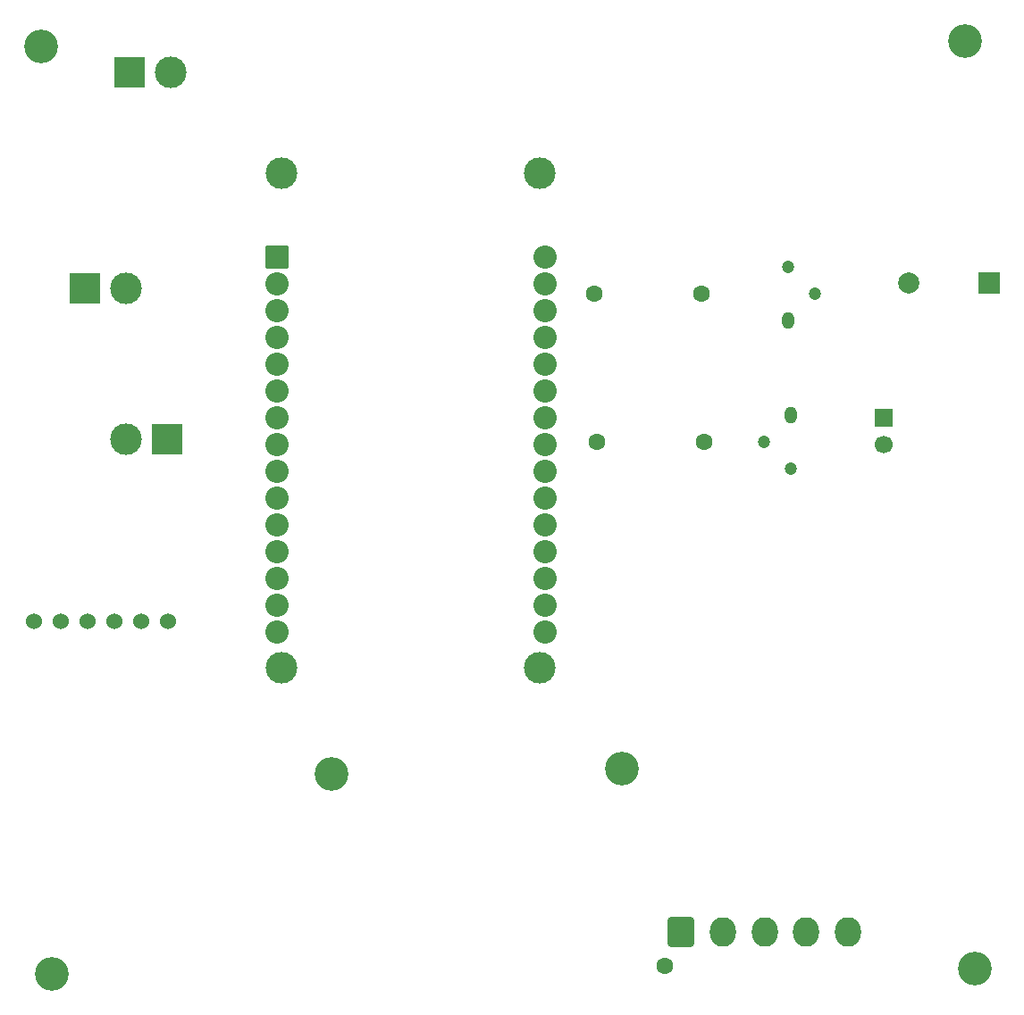
<source format=gbr>
%TF.GenerationSoftware,KiCad,Pcbnew,9.0.2*%
%TF.CreationDate,2025-07-16T12:37:39-05:00*%
%TF.ProjectId,Bast_n guiador con detecci_n,42617374-f36e-4206-9775-6961646f7220,rev?*%
%TF.SameCoordinates,Original*%
%TF.FileFunction,Soldermask,Bot*%
%TF.FilePolarity,Negative*%
%FSLAX46Y46*%
G04 Gerber Fmt 4.6, Leading zero omitted, Abs format (unit mm)*
G04 Created by KiCad (PCBNEW 9.0.2) date 2025-07-16 12:37:39*
%MOMM*%
%LPD*%
G01*
G04 APERTURE LIST*
G04 Aperture macros list*
%AMRoundRect*
0 Rectangle with rounded corners*
0 $1 Rounding radius*
0 $2 $3 $4 $5 $6 $7 $8 $9 X,Y pos of 4 corners*
0 Add a 4 corners polygon primitive as box body*
4,1,4,$2,$3,$4,$5,$6,$7,$8,$9,$2,$3,0*
0 Add four circle primitives for the rounded corners*
1,1,$1+$1,$2,$3*
1,1,$1+$1,$4,$5*
1,1,$1+$1,$6,$7*
1,1,$1+$1,$8,$9*
0 Add four rect primitives between the rounded corners*
20,1,$1+$1,$2,$3,$4,$5,0*
20,1,$1+$1,$4,$5,$6,$7,0*
20,1,$1+$1,$6,$7,$8,$9,0*
20,1,$1+$1,$8,$9,$2,$3,0*%
G04 Aperture macros list end*
%ADD10C,3.200000*%
%ADD11C,1.524000*%
%ADD12O,1.200000X1.600000*%
%ADD13C,1.200000*%
%ADD14R,1.700000X1.700000*%
%ADD15C,1.700000*%
%ADD16C,1.600000*%
%ADD17C,3.000000*%
%ADD18C,2.204000*%
%ADD19RoundRect,0.102000X-1.000000X-1.000000X1.000000X-1.000000X1.000000X1.000000X-1.000000X1.000000X0*%
%ADD20R,3.000000X3.000000*%
%ADD21R,2.000000X2.000000*%
%ADD22C,2.000000*%
%ADD23O,2.460000X2.800000*%
%ADD24RoundRect,0.250000X-0.980000X-1.150000X0.980000X-1.150000X0.980000X1.150000X-0.980000X1.150000X0*%
G04 APERTURE END LIST*
D10*
%TO.C,*%
X127500000Y-95000000D03*
%TD*%
%TO.C,*%
X100000000Y-95500000D03*
%TD*%
%TO.C,*%
X160000000Y-26000000D03*
%TD*%
%TO.C,*%
X72500000Y-26500000D03*
%TD*%
%TO.C,*%
X161000000Y-114000000D03*
%TD*%
%TO.C,REF\u002A\u002A*%
X73500000Y-114500000D03*
%TD*%
D11*
%TO.C,U1*%
X71840000Y-81095000D03*
X74380000Y-81095000D03*
X76920000Y-81095000D03*
X79460000Y-81095000D03*
X82000000Y-81095000D03*
X84540000Y-81095000D03*
%TD*%
D12*
%TO.C,Q1*%
X143500000Y-61460000D03*
D13*
X140960000Y-64000000D03*
X143500000Y-66540000D03*
%TD*%
D14*
%TO.C,M1*%
X152315000Y-61725000D03*
D15*
X152315000Y-64265000D03*
%TD*%
D16*
%TO.C,R1*%
X135280000Y-64040000D03*
X125120000Y-64040000D03*
%TD*%
%TO.C,R2*%
X124920000Y-50000000D03*
X135080000Y-50000000D03*
%TD*%
D17*
%TO.C,U2*%
X95220000Y-38525000D03*
X119730000Y-38525000D03*
X119730000Y-85475000D03*
X95220000Y-85475000D03*
D18*
X120200000Y-82045000D03*
X120200000Y-79505000D03*
X120200000Y-76965000D03*
X120200000Y-74425000D03*
X120200000Y-71885000D03*
X120200000Y-69345000D03*
X120200000Y-66805000D03*
X120200000Y-64265000D03*
X120200000Y-61725000D03*
X120200000Y-59185000D03*
X120200000Y-56645000D03*
X120200000Y-54105000D03*
X120200000Y-51565000D03*
X120200000Y-49025000D03*
X120200000Y-46485000D03*
X94800000Y-82045000D03*
X94800000Y-79505000D03*
X94800000Y-76965000D03*
X94800000Y-74425000D03*
X94800000Y-71885000D03*
X94800000Y-69345000D03*
X94800000Y-66805000D03*
X94800000Y-64265000D03*
X94800000Y-61725000D03*
X94800000Y-59185000D03*
X94800000Y-56645000D03*
X94800000Y-54105000D03*
X94800000Y-51565000D03*
X94800000Y-49025000D03*
D19*
X94800000Y-46485000D03*
%TD*%
D17*
%TO.C,J2*%
X80527500Y-63750000D03*
D20*
X84407500Y-63750000D03*
%TD*%
%TO.C,J3*%
X76620000Y-49500000D03*
D17*
X80500000Y-49500000D03*
%TD*%
D21*
%TO.C,BZ1*%
X162300000Y-49000000D03*
D22*
X154700000Y-49000000D03*
%TD*%
D23*
%TO.C,J1*%
X148960000Y-110500000D03*
X145000000Y-110500000D03*
X141040000Y-110500000D03*
X137080000Y-110500000D03*
D24*
X133120000Y-110500000D03*
D16*
X131620000Y-113750000D03*
%TD*%
D13*
%TO.C,Q2*%
X143300000Y-47460000D03*
X145840000Y-50000000D03*
D12*
X143300000Y-52540000D03*
%TD*%
D20*
%TO.C,J4*%
X80852500Y-29025000D03*
D17*
X84732500Y-29025000D03*
%TD*%
M02*

</source>
